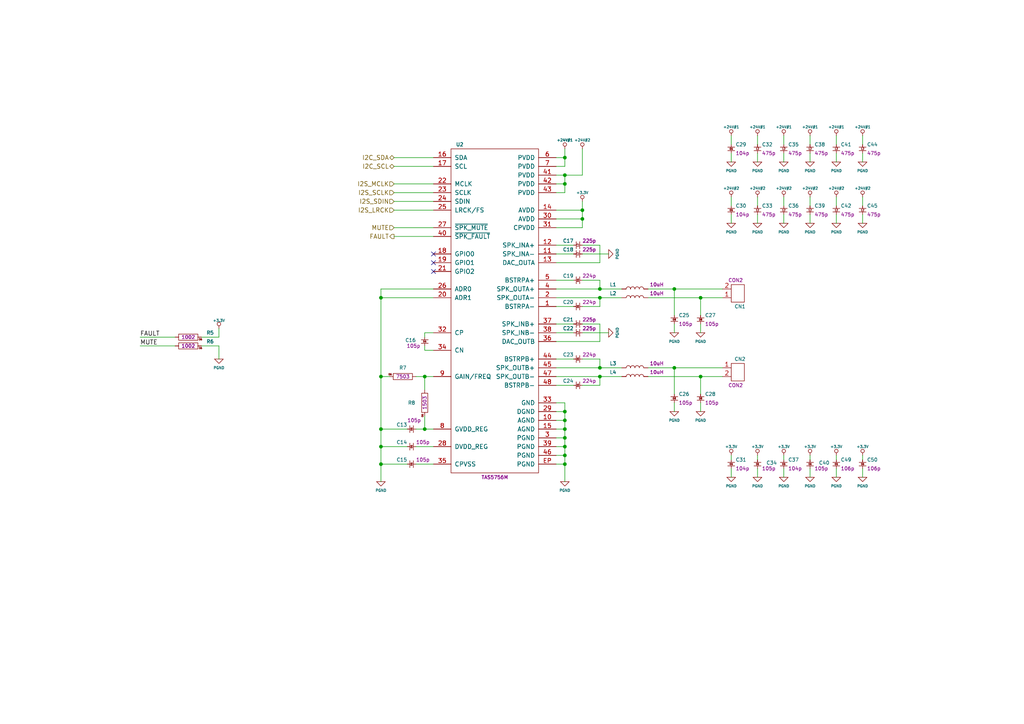
<source format=kicad_sch>
(kicad_sch (version 20250114) (generator "eeschema") (generator_version "9.0")
  (paper "A4")
  (lib_symbols
    (symbol "1206B475K500_2" (pin_numbers (hide yes)) (pin_names (offset 1.016) (hide yes))
      (property "Reference" "C" (at 1.27 1.27 0))
      (property "#Value" "475p" (at 1.27 -1.27 0))
      (symbol "1206B475K500_2_0_0"
        (text "12" (at 0 0 0) (effects (font (size 0.508 0.508))))
      )
      (symbol "1206B475K500_2_1_1"
        (pin passive line (at 0 1.27 270) (length 0.762) (name "~") (number "2"))
        (pin passive line (at 0 -1.27 90) (length 0.762) (name "~") (number "1"))
      )
    )
    (symbol "Audio:TAS5756MDCA" (pin_names (offset 1.016))
      (property "Reference" "U" (at -10.16 96.52 0))
      (property "#Value" "TAS5756M" (at 0 0 0))
      (symbol "TAS5756MDCA_1_1"
        (pin bidirectional line (at -17.78 92.71 0) (length 5.08) (name "SDA") (number "16"))
        (pin bidirectional line (at -17.78 90.17 0) (length 5.08) (name "SCL") (number "17"))
        (pin bidirectional line (at -17.78 85.09 0) (length 5.08) (name "MCLK") (number "22"))
        (pin bidirectional line (at -17.78 82.55 0) (length 5.08) (name "SCLK") (number "23"))
        (pin input line (at -17.78 80.01 0) (length 5.08) (name "SDIN") (number "24"))
        (pin bidirectional line (at -17.78 77.47 0) (length 5.08) (name "LRCK/FS") (number "25"))
        (pin input line (at -17.78 72.39 0) (length 5.08) (name "~{SPK_MUTE}") (number "27"))
        (pin passive line (at -17.78 69.85 0) (length 5.08) (name "~{SPK_FAULT}") (number "40"))
        (pin bidirectional line (at -17.78 64.77 0) (length 5.08) (name "GPIO0") (number "18"))
        (pin bidirectional line (at -17.78 62.23 0) (length 5.08) (name "GPIO1") (number "19"))
        (pin bidirectional line (at -17.78 59.69 0) (length 5.08) (name "GPIO2") (number "21"))
        (pin input line (at -17.78 54.61 0) (length 5.08) (name "ADR0") (number "26"))
        (pin input line (at -17.78 52.07 0) (length 5.08) (name "ADR1") (number "20"))
        (pin passive line (at -17.78 41.91 0) (length 5.08) (name "CP") (number "32"))
        (pin passive line (at -17.78 36.83 0) (length 5.08) (name "CN") (number "34"))
        (pin input line (at -17.78 29.21 0) (length 5.08) (name "GAIN/FREQ") (number "9"))
        (pin power_out line (at -17.78 13.97 0) (length 5.08) (name "GVDD_REG") (number "8"))
        (pin power_out line (at -17.78 8.89 0) (length 5.08) (name "DVDD_REG") (number "28"))
        (pin passive line (at -17.78 3.81 0) (length 5.08) (name "CPVSS") (number "35"))
        (pin power_in line (at 17.78 92.71 180) (length 5.08) (name "PVDD") (number "6"))
        (pin power_in line (at 17.78 90.17 180) (length 5.08) (name "PVDD") (number "7"))
        (pin power_in line (at 17.78 87.63 180) (length 5.08) (name "PVDD") (number "41"))
        (pin power_in line (at 17.78 85.09 180) (length 5.08) (name "PVDD") (number "42"))
        (pin power_in line (at 17.78 82.55 180) (length 5.08) (name "PVDD") (number "43"))
        (pin power_in line (at 17.78 77.47 180) (length 5.08) (name "AVDD") (number "14"))
        (pin power_in line (at 17.78 74.93 180) (length 5.08) (name "AVDD") (number "30"))
        (pin power_in line (at 17.78 72.39 180) (length 5.08) (name "CPVDD") (number "31"))
        (pin input line (at 17.78 67.31 180) (length 5.08) (name "SPK_INA+") (number "12"))
        (pin input line (at 17.78 64.77 180) (length 5.08) (name "SPK_INA-") (number "11"))
        (pin output line (at 17.78 62.23 180) (length 5.08) (name "DAC_OUTA") (number "13"))
        (pin passive line (at 17.78 57.15 180) (length 5.08) (name "BSTRPA+") (number "5"))
        (pin output line (at 17.78 54.61 180) (length 5.08) (name "SPK_OUTA+") (number "4"))
        (pin output line (at 17.78 52.07 180) (length 5.08) (name "SPK_OUTA-") (number "2"))
        (pin passive line (at 17.78 49.53 180) (length 5.08) (name "BSTRPA-") (number "1"))
        (pin input line (at 17.78 44.45 180) (length 5.08) (name "SPK_INB+") (number "37"))
        (pin input line (at 17.78 41.91 180) (length 5.08) (name "SPK_INB-") (number "38"))
        (pin output line (at 17.78 39.37 180) (length 5.08) (name "DAC_OUTB") (number "36"))
        (pin passive line (at 17.78 34.29 180) (length 5.08) (name "BSTRPB+") (number "44"))
        (pin output line (at 17.78 31.75 180) (length 5.08) (name "SPK_OUTB+") (number "45"))
        (pin output line (at 17.78 29.21 180) (length 5.08) (name "SPK_OUTB-") (number "47"))
        (pin passive line (at 17.78 26.67 180) (length 5.08) (name "BSTRPB-") (number "48"))
        (pin power_in line (at 17.78 21.59 180) (length 5.08) (name "GND") (number "33"))
        (pin power_in line (at 17.78 19.05 180) (length 5.08) (name "DGND") (number "29"))
        (pin power_in line (at 17.78 16.51 180) (length 5.08) (name "AGND") (number "10"))
        (pin power_in line (at 17.78 13.97 180) (length 5.08) (name "AGND") (number "15"))
        (pin power_in line (at 17.78 11.43 180) (length 5.08) (name "PGND") (number "3"))
        (pin power_in line (at 17.78 8.89 180) (length 5.08) (name "PGND") (number "39"))
        (pin power_in line (at 17.78 6.35 180) (length 5.08) (name "PGND") (number "46"))
        (pin power_in line (at 17.78 3.81 180) (length 5.08) (name "PGND") (number "EP"))
      )
    )
    (symbol "Capacitor_MLCC:0603B104K500" (pin_numbers (hide yes)) (pin_names (offset 1.016) (hide yes))
      (property "Reference" "C" (at 1.27 1.27 0))
      (property "#Value" "104p" (at 1.27 -1.27 0))
      (symbol "0603B104K500_0_0"
        (text "06" (at 0 0 0) (effects (font (size 0.508 0.508))))
      )
      (symbol "0603B104K500_1_1"
        (pin passive line (at 0 1.27 270) (length 0.762) (name "~") (number "2"))
        (pin passive line (at 0 -1.27 90) (length 0.762) (name "~") (number "1"))
      )
    )
    (symbol "Capacitor_MLCC:0603B105K250" (pin_numbers (hide yes)) (pin_names (offset 1.016) (hide yes))
      (property "Reference" "C" (at 1.27 1.27 0))
      (property "#Value" "105p" (at 1.27 -1.27 0))
      (symbol "0603B105K250_0_0"
        (text "06" (at 0 0 0) (effects (font (size 0.508 0.508))))
      )
      (symbol "0603B105K250_1_1"
        (pin passive line (at 0 1.27 270) (length 0.762) (name "~") (number "2"))
        (pin passive line (at 0 -1.27 90) (length 0.762) (name "~") (number "1"))
      )
    )
    (symbol "Capacitor_MLCC:0603B224K500" (pin_numbers (hide yes)) (pin_names (offset 1.016) (hide yes))
      (property "Reference" "C" (at 1.27 1.27 0))
      (property "#Value" "224p" (at 1.27 -1.27 0))
      (symbol "0603B224K500_0_0"
        (text "06" (at 0 0 0) (effects (font (size 0.508 0.508))))
      )
      (symbol "0603B224K500_1_1"
        (pin passive line (at 0 1.27 270) (length 0.762) (name "~") (number "2"))
        (pin passive line (at 0 -1.27 90) (length 0.762) (name "~") (number "1"))
      )
    )
    (symbol "Capacitor_MLCC:0603X106K100" (pin_numbers (hide yes)) (pin_names (offset 1.016) (hide yes))
      (property "Reference" "C" (at 1.27 1.27 0))
      (property "#Value" "106p" (at 1.27 -1.27 0))
      (symbol "0603X106K100_0_0"
        (text "06" (at 0 0 0) (effects (font (size 0.508 0.508))))
      )
      (symbol "0603X106K100_1_1"
        (pin passive line (at 0 1.27 270) (length 0.762) (name "~") (number "2"))
        (pin passive line (at 0 -1.27 90) (length 0.762) (name "~") (number "1"))
      )
    )
    (symbol "Capacitor_MLCC:0805B105K500" (pin_numbers (hide yes)) (pin_names (offset 1.016) (hide yes))
      (property "Reference" "C" (at 1.27 1.27 0))
      (property "#Value" "105p" (at 1.27 -1.27 0))
      (symbol "0805B105K500_0_0"
        (text "08" (at 0 0 0) (effects (font (size 0.508 0.508))))
      )
      (symbol "0805B105K500_1_1"
        (pin passive line (at 0 1.27 270) (length 0.762) (name "~") (number "2"))
        (pin passive line (at 0 -1.27 90) (length 0.762) (name "~") (number "1"))
      )
    )
    (symbol "Capacitor_MLCC:1206B225K500" (pin_numbers (hide yes)) (pin_names (offset 1.016) (hide yes))
      (property "Reference" "C" (at 1.27 1.27 0))
      (property "#Value" "225p" (at 1.27 -1.27 0))
      (symbol "1206B225K500_0_0"
        (text "12" (at 0 0 0) (effects (font (size 0.508 0.508))))
      )
      (symbol "1206B225K500_1_1"
        (pin passive line (at 0 1.27 270) (length 0.762) (name "~") (number "2"))
        (pin passive line (at 0 -1.27 90) (length 0.762) (name "~") (number "1"))
      )
    )
    (symbol "Inductor_Power:SRP1245A-100M" (pin_numbers (hide yes)) (pin_names (offset 0.0254))
      (property "Reference" "L" (at 0 2.54 0))
      (property "#Value" "10uH" (at 0 -1.27 0))
      (symbol "SRP1245A-100M_1_1"
        (pin passive line (at -3.81 0 0) (length 1.27) (name "~") (number "1"))
        (pin passive line (at 3.81 0 180) (length 1.27) (name "~") (number "2"))
      )
    )
    (symbol "Resistor:WR06X1002FTL" (pin_numbers (hide yes)) (pin_names (offset 0.0254))
      (property "Reference" "R" (at 0 2.032 0))
      (property "#Value" "1002" (at 0 0 0))
      (symbol "WR06X1002FTL_0_0"
        (text "06" (at -3.556 0.635 0) (effects (font (size 0.508 0.508))))
      )
      (symbol "WR06X1002FTL_1_1"
        (pin passive line (at -3.81 0 0) (length 1.016) (name "~") (number "1"))
        (pin passive line (at 3.81 0 180) (length 1.016) (name "~") (number "2"))
      )
    )
    (symbol "Resistor:WR06X1503FTL" (pin_numbers (hide yes)) (pin_names (offset 0.0254))
      (property "Reference" "R" (at 0 2.032 0))
      (property "#Value" "1503" (at 0 0 0))
      (symbol "WR06X1503FTL_0_0"
        (text "06" (at -3.683 0.635 0) (effects (font (size 0.508 0.508))))
      )
      (symbol "WR06X1503FTL_1_1"
        (pin passive line (at -3.81 0 0) (length 1.016) (name "~") (number "1"))
        (pin passive line (at 3.81 0 180) (length 1.016) (name "~") (number "2"))
      )
    )
    (symbol "Resistor:WR06X7503FTL" (pin_numbers (hide yes)) (pin_names (offset 0.0254))
      (property "Reference" "R" (at 0 2.032 0))
      (property "#Value" "7503" (at 0 0 0))
      (symbol "WR06X7503FTL_0_0"
        (text "06" (at -3.683 0.635 0) (effects (font (size 0.508 0.508))))
      )
      (symbol "WR06X7503FTL_1_1"
        (pin passive line (at -3.81 0 0) (length 1.016) (name "~") (number "1"))
        (pin passive line (at 3.81 0 180) (length 1.016) (name "~") (number "2"))
      )
    )
    (symbol "SRP1245A-100M_1" (pin_numbers (hide yes)) (pin_names (offset 0.0254))
      (property "Reference" "L" (at 0 2.54 0))
      (property "#Value" "10uH" (at 0 -1.27 0))
      (symbol "SRP1245A-100M_1_1_1"
        (pin passive line (at -3.81 0 0) (length 1.27) (name "~") (number "1"))
        (pin passive line (at 3.81 0 180) (length 1.27) (name "~") (number "2"))
      )
    )
    (symbol "Terminal:WJ2EDGRC-5.08-2P" (pin_names (offset 1.016))
      (property "Reference" "CN" (at -2.54 6.35 0))
      (property "#Value" "CON2" (at -1.27 -1.27 0))
      (symbol "WJ2EDGRC-5.08-2P_1_1"
        (pin passive line (at 2.54 3.81 180) (length 2.54) (name "~") (number "1"))
        (pin passive line (at 2.54 1.27 180) (length 2.54) (name "~") (number "2"))
      )
    )
    (symbol "power:+24V" (power) (pin_names (offset 1.016))
      (property "Value" "+24V" (at 0 2.286 0))
      (symbol "+24V_0_0"
        (pin power_in line (at 0 0 90) (length 0) (hide yes) (name "+24V") (number "1"))
      )
    )
    (symbol "power:+3.3V" (power) (pin_names (offset 1.016))
      (property "Value" "+3.3V" (at 0 2.286 0))
      (symbol "+3.3V_0_0"
        (pin power_in line (at 0 0 90) (length 0) (hide yes) (name "+3.3V") (number "1"))
      )
    )
    (symbol "power:PGND" (power) (pin_names (offset 0))
      (property "Value" "PGND" (at 0 -1.778 0))
      (symbol "PGND_1_1"
        (pin power_in line (at 0 0 90) (length 0) (hide yes) (name "PGND") (number "1"))
      )
    )
  )
  (junction (at 173.99 83.82))
  (junction (at 163.83 53.34))
  (junction (at 173.99 106.68))
  (junction (at 173.99 109.22))
  (junction (at 163.83 124.46))
  (junction (at 163.83 50.8))
  (junction (at 163.83 129.54))
  (junction (at 110.49 86.36))
  (junction (at 195.58 83.82))
  (junction (at 163.83 127))
  (junction (at 163.83 134.62))
  (junction (at 203.2 86.36))
  (junction (at 168.91 60.96))
  (junction (at 168.91 63.5))
  (junction (at 163.83 121.92))
  (junction (at 163.83 119.38))
  (junction (at 163.83 45.72))
  (junction (at 173.99 86.36))
  (junction (at 110.49 124.46))
  (junction (at 203.2 109.22))
  (junction (at 110.49 134.62))
  (junction (at 123.19 124.46))
  (junction (at 110.49 109.22))
  (junction (at 123.19 109.22))
  (junction (at 110.49 129.54))
  (junction (at 163.83 132.08))
  (junction (at 195.58 106.68))
  (no_connect (at 125.73 73.66))
  (no_connect (at 125.73 76.2))
  (no_connect (at 125.73 78.74))
  (wire (pts (xy 187.96 106.68) (xy 195.58 106.68)))
  (wire (pts (xy 242.57 57.15) (xy 242.57 59.69)))
  (wire (pts (xy 212.09 62.23) (xy 212.09 64.77)))
  (wire (pts (xy 161.29 99.06) (xy 173.99 99.06)))
  (wire (pts (xy 212.09 57.15) (xy 212.09 59.69)))
  (wire (pts (xy 161.29 53.34) (xy 163.83 53.34)))
  (wire (pts (xy 123.19 96.52) (xy 125.73 96.52)))
  (wire (pts (xy 168.91 104.14) (xy 173.99 104.14)))
  (wire (pts (xy 168.91 43.18) (xy 168.91 50.8)))
  (wire (pts (xy 168.91 93.98) (xy 173.99 93.98)))
  (wire (pts (xy 110.49 86.36) (xy 110.49 109.22)))
  (wire (pts (xy 114.3 60.96) (xy 125.73 60.96)))
  (wire (pts (xy 173.99 83.82) (xy 180.34 83.82)))
  (wire (pts (xy 63.5 100.33) (xy 63.5 104.14)))
  (wire (pts (xy 219.71 57.15) (xy 219.71 59.69)))
  (wire (pts (xy 195.58 116.84) (xy 195.58 119.38)))
  (wire (pts (xy 161.29 106.68) (xy 173.99 106.68)))
  (wire (pts (xy 161.29 124.46) (xy 163.83 124.46)))
  (wire (pts (xy 234.95 44.45) (xy 234.95 46.99)))
  (wire (pts (xy 168.91 73.66) (xy 176.53 73.66)))
  (wire (pts (xy 173.99 93.98) (xy 173.99 99.06)))
  (wire (pts (xy 161.29 83.82) (xy 173.99 83.82)))
  (wire (pts (xy 203.2 116.84) (xy 203.2 119.38)))
  (wire (pts (xy 110.49 134.62) (xy 110.49 139.7)))
  (wire (pts (xy 195.58 106.68) (xy 195.58 114.3)))
  (wire (pts (xy 168.91 58.42) (xy 168.91 60.96)))
  (wire (pts (xy 40.64 97.79) (xy 50.8 97.79)))
  (wire (pts (xy 123.19 101.6) (xy 125.73 101.6)))
  (wire (pts (xy 161.29 88.9) (xy 166.37 88.9)))
  (wire (pts (xy 168.91 88.9) (xy 173.99 88.9)))
  (wire (pts (xy 242.57 44.45) (xy 242.57 46.99)))
  (wire (pts (xy 187.96 109.22) (xy 203.2 109.22)))
  (wire (pts (xy 63.5 95.25) (xy 63.5 97.79)))
  (wire (pts (xy 173.99 106.68) (xy 180.34 106.68)))
  (wire (pts (xy 163.83 53.34) (xy 163.83 55.88)))
  (wire (pts (xy 161.29 71.12) (xy 166.37 71.12)))
  (wire (pts (xy 212.09 132.08) (xy 212.09 133.35)))
  (wire (pts (xy 120.65 109.22) (xy 123.19 109.22)))
  (wire (pts (xy 250.19 62.23) (xy 250.19 64.77)))
  (wire (pts (xy 114.3 66.04) (xy 125.73 66.04)))
  (wire (pts (xy 250.19 135.89) (xy 250.19 138.43)))
  (wire (pts (xy 125.73 86.36) (xy 110.49 86.36)))
  (wire (pts (xy 227.33 39.37) (xy 227.33 41.91)))
  (wire (pts (xy 234.95 132.08) (xy 234.95 133.35)))
  (wire (pts (xy 161.29 48.26) (xy 163.83 48.26)))
  (wire (pts (xy 110.49 109.22) (xy 113.03 109.22)))
  (wire (pts (xy 161.29 81.28) (xy 166.37 81.28)))
  (wire (pts (xy 219.71 132.08) (xy 219.71 133.35)))
  (wire (pts (xy 110.49 134.62) (xy 118.11 134.62)))
  (wire (pts (xy 168.91 66.04) (xy 161.29 66.04)))
  (wire (pts (xy 234.95 135.89) (xy 234.95 138.43)))
  (wire (pts (xy 195.58 93.98) (xy 195.58 96.52)))
  (wire (pts (xy 114.3 45.72) (xy 125.73 45.72)))
  (wire (pts (xy 250.19 44.45) (xy 250.19 46.99)))
  (wire (pts (xy 110.49 124.46) (xy 118.11 124.46)))
  (wire (pts (xy 161.29 73.66) (xy 166.37 73.66)))
  (wire (pts (xy 227.33 57.15) (xy 227.33 59.69)))
  (wire (pts (xy 120.65 129.54) (xy 125.73 129.54)))
  (wire (pts (xy 242.57 39.37) (xy 242.57 41.91)))
  (wire (pts (xy 161.29 96.52) (xy 166.37 96.52)))
  (wire (pts (xy 173.99 86.36) (xy 180.34 86.36)))
  (wire (pts (xy 203.2 86.36) (xy 203.2 91.44)))
  (wire (pts (xy 168.91 60.96) (xy 168.91 63.5)))
  (wire (pts (xy 163.83 134.62) (xy 163.83 139.7)))
  (wire (pts (xy 227.33 135.89) (xy 227.33 138.43)))
  (wire (pts (xy 250.19 39.37) (xy 250.19 41.91)))
  (wire (pts (xy 114.3 53.34) (xy 125.73 53.34)))
  (wire (pts (xy 114.3 68.58) (xy 125.73 68.58)))
  (wire (pts (xy 212.09 135.89) (xy 212.09 138.43)))
  (wire (pts (xy 234.95 62.23) (xy 234.95 64.77)))
  (wire (pts (xy 163.83 116.84) (xy 163.83 119.38)))
  (wire (pts (xy 163.83 127) (xy 163.83 129.54)))
  (wire (pts (xy 203.2 109.22) (xy 209.55 109.22)))
  (wire (pts (xy 195.58 83.82) (xy 209.55 83.82)))
  (wire (pts (xy 195.58 83.82) (xy 195.58 91.44)))
  (wire (pts (xy 203.2 93.98) (xy 203.2 96.52)))
  (wire (pts (xy 168.91 96.52) (xy 176.53 96.52)))
  (wire (pts (xy 123.19 124.46) (xy 125.73 124.46)))
  (wire (pts (xy 120.65 134.62) (xy 125.73 134.62)))
  (wire (pts (xy 168.91 111.76) (xy 173.99 111.76)))
  (wire (pts (xy 168.91 71.12) (xy 173.99 71.12)))
  (wire (pts (xy 227.33 132.08) (xy 227.33 133.35)))
  (wire (pts (xy 161.29 50.8) (xy 163.83 50.8)))
  (wire (pts (xy 123.19 97.79) (xy 123.19 96.52)))
  (wire (pts (xy 58.42 100.33) (xy 63.5 100.33)))
  (wire (pts (xy 250.19 57.15) (xy 250.19 59.69)))
  (wire (pts (xy 212.09 44.45) (xy 212.09 46.99)))
  (wire (pts (xy 58.42 97.79) (xy 63.5 97.79)))
  (wire (pts (xy 234.95 39.37) (xy 234.95 41.91)))
  (wire (pts (xy 163.83 132.08) (xy 163.83 134.62)))
  (wire (pts (xy 187.96 83.82) (xy 195.58 83.82)))
  (wire (pts (xy 168.91 63.5) (xy 161.29 63.5)))
  (wire (pts (xy 219.71 39.37) (xy 219.71 41.91)))
  (wire (pts (xy 120.65 124.46) (xy 123.19 124.46)))
  (wire (pts (xy 161.29 134.62) (xy 163.83 134.62)))
  (wire (pts (xy 163.83 121.92) (xy 163.83 124.46)))
  (wire (pts (xy 168.91 63.5) (xy 168.91 66.04)))
  (wire (pts (xy 161.29 109.22) (xy 173.99 109.22)))
  (wire (pts (xy 161.29 86.36) (xy 173.99 86.36)))
  (wire (pts (xy 161.29 104.14) (xy 166.37 104.14)))
  (wire (pts (xy 173.99 111.76) (xy 173.99 109.22)))
  (wire (pts (xy 123.19 100.33) (xy 123.19 101.6)))
  (wire (pts (xy 161.29 127) (xy 163.83 127)))
  (wire (pts (xy 187.96 86.36) (xy 203.2 86.36)))
  (wire (pts (xy 161.29 121.92) (xy 163.83 121.92)))
  (wire (pts (xy 161.29 132.08) (xy 163.83 132.08)))
  (wire (pts (xy 114.3 58.42) (xy 125.73 58.42)))
  (wire (pts (xy 163.83 119.38) (xy 163.83 121.92)))
  (wire (pts (xy 173.99 109.22) (xy 180.34 109.22)))
  (wire (pts (xy 250.19 132.08) (xy 250.19 133.35)))
  (wire (pts (xy 227.33 44.45) (xy 227.33 46.99)))
  (wire (pts (xy 161.29 60.96) (xy 168.91 60.96)))
  (wire (pts (xy 173.99 81.28) (xy 173.99 83.82)))
  (wire (pts (xy 110.49 129.54) (xy 118.11 129.54)))
  (wire (pts (xy 173.99 104.14) (xy 173.99 106.68)))
  (wire (pts (xy 173.99 71.12) (xy 173.99 76.2)))
  (wire (pts (xy 242.57 135.89) (xy 242.57 138.43)))
  (wire (pts (xy 110.49 124.46) (xy 110.49 129.54)))
  (wire (pts (xy 163.83 43.18) (xy 163.83 45.72)))
  (wire (pts (xy 123.19 109.22) (xy 125.73 109.22)))
  (wire (pts (xy 212.09 39.37) (xy 212.09 41.91)))
  (wire (pts (xy 168.91 81.28) (xy 173.99 81.28)))
  (wire (pts (xy 219.71 62.23) (xy 219.71 64.77)))
  (wire (pts (xy 219.71 135.89) (xy 219.71 138.43)))
  (wire (pts (xy 123.19 120.65) (xy 123.19 124.46)))
  (wire (pts (xy 163.83 129.54) (xy 163.83 132.08)))
  (wire (pts (xy 203.2 109.22) (xy 203.2 114.3)))
  (wire (pts (xy 114.3 48.26) (xy 125.73 48.26)))
  (wire (pts (xy 161.29 129.54) (xy 163.83 129.54)))
  (wire (pts (xy 219.71 44.45) (xy 219.71 46.99)))
  (wire (pts (xy 161.29 45.72) (xy 163.83 45.72)))
  (wire (pts (xy 163.83 45.72) (xy 163.83 48.26)))
  (wire (pts (xy 110.49 124.46) (xy 110.49 109.22)))
  (wire (pts (xy 242.57 62.23) (xy 242.57 64.77)))
  (wire (pts (xy 125.73 83.82) (xy 110.49 83.82)))
  (wire (pts (xy 173.99 88.9) (xy 173.99 86.36)))
  (wire (pts (xy 161.29 119.38) (xy 163.83 119.38)))
  (wire (pts (xy 163.83 50.8) (xy 163.83 53.34)))
  (wire (pts (xy 195.58 106.68) (xy 209.55 106.68)))
  (wire (pts (xy 234.95 57.15) (xy 234.95 59.69)))
  (wire (pts (xy 110.49 83.82) (xy 110.49 86.36)))
  (wire (pts (xy 40.64 100.33) (xy 50.8 100.33)))
  (wire (pts (xy 114.3 55.88) (xy 125.73 55.88)))
  (wire (pts (xy 163.83 50.8) (xy 168.91 50.8)))
  (wire (pts (xy 161.29 55.88) (xy 163.83 55.88)))
  (wire (pts (xy 161.29 93.98) (xy 166.37 93.98)))
  (wire (pts (xy 227.33 62.23) (xy 227.33 64.77)))
  (wire (pts (xy 123.19 113.03) (xy 123.19 109.22)))
  (wire (pts (xy 163.83 124.46) (xy 163.83 127)))
  (wire (pts (xy 203.2 86.36) (xy 209.55 86.36)))
  (wire (pts (xy 161.29 76.2) (xy 173.99 76.2)))
  (wire (pts (xy 110.49 129.54) (xy 110.49 134.62)))
  (wire (pts (xy 161.29 111.76) (xy 166.37 111.76)))
  (wire (pts (xy 161.29 116.84) (xy 163.83 116.84)))
  (wire (pts (xy 242.57 132.08) (xy 242.57 133.35)))
  (label "MUTE" (at 40.64 100.33 0))
  (label "FAULT" (at 40.64 97.79 0))
  (hierarchical_label "I2C_SDA" (shape bidirectional) (at 114.3 45.72 180))
  (hierarchical_label "I2S_MCLK" (shape input) (at 114.3 53.34 180))
  (hierarchical_label "I2S_LRCK" (shape input) (at 114.3 60.96 180))
  (hierarchical_label "I2S_SDIN" (shape input) (at 114.3 58.42 180))
  (hierarchical_label "FAULT" (shape output) (at 114.3 68.58 180))
  (hierarchical_label "MUTE" (shape input) (at 114.3 66.04 180))
  (hierarchical_label "I2S_SCLK" (shape input) (at 114.3 55.88 180))
  (hierarchical_label "I2C_SCL" (shape bidirectional) (at 114.3 48.26 180))
  (symbol (lib_id "power:+24V") (at 242.57 57.15 0) (unit 1)
    (property "Reference" "#PWR064" (effects (hide yes)))
    (property "Value" "+24V#2" (at 242.57 54.61 0) (effects (font (size 0.762 0.762))))
  )
  (symbol (lib_id "Capacitor_MLCC:0603B104K500") (at 212.09 60.96 0) (unit 1)
    (property "Reference" "C30" (at 213.36 59.69 0) (effects (font (size 1.016 1.016)) (justify left)))
    (property "Value" "0603B104K500" (effects (hide yes)))
    (property "Footprint" "Capacitor_SMD:C_0603_1608Metric" (effects (hide yes)))
    (property "Description" "100nF ±10% 50V X7R" (effects (hide yes)))
    (property "Manufacturer" "WALSIN" (effects (hide yes)))
    (property "#Value" "104p" (at 213.36 62.23 0) (effects (font (size 1.016 1.016)) (justify left)))
  )
  (symbol (lib_id "power:+3.3V") (at 242.57 132.08 0) (unit 1)
    (property "Reference" "#PWR087" (effects (hide yes)))
    (property "Value" "+3.3V" (at 242.57 129.54 0) (effects (font (size 0.762 0.762))))
  )
  (symbol (lib_id "Terminal:WJ2EDGRC-5.08-2P") (at 212.09 82.55 180) (unit 1)
    (property "Reference" "CN1" (at 214.63 88.9 0) (effects (font (size 1.016 1.016))))
    (property "Value" "WJ2EDGRC-5.08-2P" (effects (hide yes)))
    (property "Footprint" "Ningbo_Kangnex:WJ2EDGRC-5.08-2P" (effects (hide yes)))
    (property "Description" "Headers(Sockets) for pluggable terminal blocks 5.08 mm Pitch" (effects (hide yes)))
    (property "Manufacturer" "Ningbo Kangnex" (effects (hide yes)))
    (property "#Value" "CON2" (at 213.36 81.28 0) (effects (font (size 1.016 1.016))))
  )
  (symbol (lib_id "power:+3.3V") (at 63.5 95.25 0) (unit 1)
    (property "Reference" "#PWR080" (effects (hide yes)))
    (property "Value" "+3.3V" (at 63.5 92.964 0) (effects (font (size 0.762 0.762))))
  )
  (symbol (lib_name "SRP1245A-100M_1") (lib_id "Inductor_Power:SRP1245A-100M") (at 184.15 106.68 0) (unit 1)
    (property "Reference" "L3" (at 177.8 105.41 0) (effects (font (size 1.016 1.016))))
    (property "Value" "SRP1245A-100M" (effects (hide yes)))
    (property "Footprint" "BOURNS:SRP1245A" (effects (hide yes)))
    (property "Description" "10uH 20% 20 Q 21.4 mOhm 9A SHIELDED" (effects (hide yes)))
    (property "Manufacturer" "BOURNS" (effects (hide yes)))
    (property "#Value" "10uH" (at 190.5 105.41 0) (effects (font (size 1.016 1.016))))
  )
  (symbol (lib_id "power:+24V") (at 212.09 57.15 0) (unit 1)
    (property "Reference" "#PWR040" (effects (hide yes)))
    (property "Value" "+24V#2" (at 212.09 54.61 0) (effects (font (size 0.762 0.762))))
  )
  (symbol (lib_id "power:PGND") (at 219.71 138.43 0) (unit 1)
    (property "Reference" "#PWR049" (effects (hide yes)))
    (property "Value" "PGND" (at 219.71 140.97 0) (effects (font (size 0.762 0.762))))
  )
  (symbol (lib_id "power:PGND") (at 195.58 96.52 0) (unit 1)
    (property "Reference" "#PWR034" (effects (hide yes)))
    (property "Value" "PGND" (at 195.58 99.06 0) (effects (font (size 0.762 0.762))))
  )
  (symbol (lib_id "Capacitor_MLCC:1206B225K500") (at 167.64 96.52 90) (unit 1)
    (property "Reference" "C22" (at 166.37 95.25 90) (effects (font (size 1.016 1.016)) (justify left)))
    (property "Value" "1206B225K500" (effects (hide yes)))
    (property "Footprint" "Capacitor_SMD:C_1206_3216Metric_Pad1.33x1.80mm_HandSolder" (effects (hide yes)))
    (property "Description" "2.2uF ±10% 50V X7R" (effects (hide yes)))
    (property "Manufacturer" "WALSIN" (effects (hide yes)))
    (property "#Value" "225p" (at 168.91 95.25 90) (effects (font (size 1.016 1.016)) (justify right)))
  )
  (symbol (lib_name "1206B475K500_2") (lib_id "Capacitor_MLCC:1206B475K500") (at 227.33 60.96 0) (unit 1)
    (property "Reference" "C36" (at 228.6 59.69 0) (effects (font (size 1.016 1.016)) (justify left)))
    (property "Value" "1206B475K500" (effects (hide yes)))
    (property "Footprint" "Capacitor_SMD:C_1206_3216Metric_Pad1.33x1.80mm_HandSolder" (effects (hide yes)))
    (property "Description" "4.7uF ±10% 50V X7R" (effects (hide yes)))
    (property "Manufacturer" "WALSIN" (effects (hide yes)))
    (property "#Value" "475p" (at 228.6 62.23 0) (effects (font (size 1.016 1.016)) (justify left)))
  )
  (symbol (lib_id "power:+3.3V") (at 212.09 132.08 0) (unit 1)
    (property "Reference" "#PWR042" (effects (hide yes)))
    (property "Value" "+3.3V" (at 212.09 129.54 0) (effects (font (size 0.762 0.762))))
  )
  (symbol (lib_id "power:PGND") (at 195.58 119.38 0) (unit 1)
    (property "Reference" "#PWR035" (effects (hide yes)))
    (property "Value" "PGND" (at 195.58 121.92 0) (effects (font (size 0.762 0.762))))
  )
  (symbol (lib_id "Capacitor_MLCC:0603X106K100") (at 242.57 134.62 0) (unit 1)
    (property "Reference" "C49" (at 243.84 133.35 0) (effects (font (size 1.016 1.016)) (justify left)))
    (property "Value" "0603X106K100" (effects (hide yes)))
    (property "Footprint" "Capacitor_SMD:C_0603_1608Metric_Pad1.08x0.95mm_HandSolder" (effects (hide yes)))
    (property "Description" "10uF ±10% 10V X5R" (effects (hide yes)))
    (property "Manufacturer" "WALSIN" (effects (hide yes)))
    (property "#Value" "106p" (at 243.84 135.89 0) (effects (font (size 1.016 1.016)) (justify left)))
    (property "Code" "0" (effects (hide yes)))
  )
  (symbol (lib_id "Capacitor_MLCC:0805B105K500") (at 195.58 92.71 0) (unit 1)
    (property "Reference" "C25" (at 196.85 91.44 0) (effects (font (size 1.016 1.016)) (justify left)))
    (property "Value" "0805B105K500" (effects (hide yes)))
    (property "Footprint" "Capacitor_SMD:C_0805_2012Metric_Pad1.18x1.45mm_HandSolder" (effects (hide yes)))
    (property "Description" "1uF ±10% 50V X7R" (effects (hide yes)))
    (property "Manufacturer" "WALSIN" (effects (hide yes)))
    (property "#Value" "105p" (at 196.85 93.98 0) (effects (font (size 1.016 1.016)) (justify left)))
  )
  (symbol (lib_name "1206B475K500_2") (lib_id "Capacitor_MLCC:1206B475K500") (at 242.57 43.18 0) (unit 1)
    (property "Reference" "C41" (at 243.84 41.91 0) (effects (font (size 1.016 1.016)) (justify left)))
    (property "Value" "1206B475K500" (effects (hide yes)))
    (property "Footprint" "Capacitor_SMD:C_1206_3216Metric_Pad1.33x1.80mm_HandSolder" (effects (hide yes)))
    (property "Description" "4.7uF ±10% 50V X7R" (effects (hide yes)))
    (property "Manufacturer" "WALSIN" (effects (hide yes)))
    (property "#Value" "475p" (at 243.84 44.45 0) (effects (font (size 1.016 1.016)) (justify left)))
  )
  (symbol (lib_id "Capacitor_MLCC:0805B105K500") (at 203.2 92.71 0) (unit 1)
    (property "Reference" "C27" (at 204.47 91.44 0) (effects (font (size 1.016 1.016)) (justify left)))
    (property "Value" "0805B105K500" (effects (hide yes)))
    (property "Footprint" "Capacitor_SMD:C_0805_2012Metric_Pad1.18x1.45mm_HandSolder" (effects (hide yes)))
    (property "Description" "1uF ±10% 50V X7R" (effects (hide yes)))
    (property "Manufacturer" "WALSIN" (effects (hide yes)))
    (property "#Value" "105p" (at 204.47 93.98 0) (effects (font (size 1.016 1.016)) (justify left)))
  )
  (symbol (lib_id "power:PGND") (at 203.2 96.52 0) (unit 1)
    (property "Reference" "#PWR036" (effects (hide yes)))
    (property "Value" "PGND" (at 203.2 99.06 0) (effects (font (size 0.762 0.762))))
  )
  (symbol (lib_id "Terminal:WJ2EDGRC-5.08-2P") (at 212.09 110.49 0) (mirror y) (unit 1)
    (property "Reference" "CN2" (at 214.63 104.14 0) (effects (font (size 1.016 1.016))))
    (property "Value" "WJ2EDGRC-5.08-2P" (effects (hide yes)))
    (property "Footprint" "Ningbo_Kangnex:WJ2EDGRC-5.08-2P" (effects (hide yes)))
    (property "Description" "Headers(Sockets) for pluggable terminal blocks 5.08 mm Pitch" (effects (hide yes)))
    (property "Manufacturer" "Ningbo Kangnex" (effects (hide yes)))
    (property "#Value" "CON2" (at 213.36 111.76 0) (effects (font (size 1.016 1.016))))
  )
  (symbol (lib_id "Inductor_Power:SRP1245A-100M") (at 184.15 109.22 0) (unit 1)
    (property "Reference" "L4" (at 177.8 107.95 0) (effects (font (size 1.016 1.016))))
    (property "Value" "SRP1245A-100M" (effects (hide yes)))
    (property "Footprint" "BOURNS:SRP1245A" (effects (hide yes)))
    (property "Description" "10uH 20% 20 Q 21.4 mOhm 9A SHIELDED" (effects (hide yes)))
    (property "Manufacturer" "BOURNS" (effects (hide yes)))
    (property "#Value" "10uH" (at 190.5 107.95 0) (effects (font (size 1.016 1.016))))
  )
  (symbol (lib_id "Capacitor_MLCC:0603B105K250") (at 123.19 99.06 0) (mirror y) (unit 1)
    (property "Reference" "C16" (at 120.65 98.6789 0) (effects (font (size 1.016 1.016)) (justify left)))
    (property "Value" "0603B105K250" (effects (hide yes)))
    (property "Footprint" "Capacitor_SMD:C_0603_1608Metric_Pad1.08x0.95mm_HandSolder" (effects (hide yes)))
    (property "Description" "1uF ±10% 25V X7R" (effects (hide yes)))
    (property "Manufacturer" "WALSIN" (effects (hide yes)))
    (property "#Value" "105p" (at 121.92 100.33 0) (effects (font (size 1.016 1.016)) (justify left)))
  )
  (symbol (lib_id "power:PGND") (at 212.09 46.99 0) (unit 1)
    (property "Reference" "#PWR039" (effects (hide yes)))
    (property "Value" "PGND" (at 212.09 49.53 0) (effects (font (size 0.762 0.762))))
  )
  (symbol (lib_name "1206B475K500_2") (lib_id "Capacitor_MLCC:1206B475K500") (at 250.19 43.18 0) (unit 1)
    (property "Reference" "C44" (at 251.46 41.91 0) (effects (font (size 1.016 1.016)) (justify left)))
    (property "Value" "1206B475K500" (effects (hide yes)))
    (property "Footprint" "Capacitor_SMD:C_1206_3216Metric_Pad1.33x1.80mm_HandSolder" (effects (hide yes)))
    (property "Description" "4.7uF ±10% 50V X7R" (effects (hide yes)))
    (property "Manufacturer" "WALSIN" (effects (hide yes)))
    (property "#Value" "475p" (at 251.46 44.45 0) (effects (font (size 1.016 1.016)) (justify left)))
  )
  (symbol (lib_id "power:+3.3V") (at 250.19 132.08 0) (unit 1)
    (property "Reference" "#PWR089" (effects (hide yes)))
    (property "Value" "+3.3V" (at 250.19 129.54 0) (effects (font (size 0.762 0.762))))
  )
  (symbol (lib_id "Capacitor_MLCC:1206B225K500") (at 167.64 71.12 90) (unit 1)
    (property "Reference" "C17" (at 166.37 69.85 90) (effects (font (size 1.016 1.016)) (justify left)))
    (property "Value" "1206B225K500" (effects (hide yes)))
    (property "Footprint" "Capacitor_SMD:C_1206_3216Metric_Pad1.33x1.80mm_HandSolder" (effects (hide yes)))
    (property "Description" "2.2uF ±10% 50V X7R" (effects (hide yes)))
    (property "Manufacturer" "WALSIN" (effects (hide yes)))
    (property "#Value" "225p" (at 168.91 69.85 90) (effects (font (size 1.016 1.016)) (justify right)))
  )
  (symbol (lib_id "power:+24V") (at 250.19 57.15 0) (unit 1)
    (property "Reference" "#PWR073" (effects (hide yes)))
    (property "Value" "+24V#2" (at 250.19 54.61 0) (effects (font (size 0.762 0.762))))
  )
  (symbol (lib_name "1206B475K500_2") (lib_id "Capacitor_MLCC:1206B475K500") (at 219.71 60.96 0) (unit 1)
    (property "Reference" "C33" (at 220.98 59.69 0) (effects (font (size 1.016 1.016)) (justify left)))
    (property "Value" "1206B475K500" (effects (hide yes)))
    (property "Footprint" "Capacitor_SMD:C_1206_3216Metric_Pad1.33x1.80mm_HandSolder" (effects (hide yes)))
    (property "Description" "4.7uF ±10% 50V X7R" (effects (hide yes)))
    (property "Manufacturer" "WALSIN" (effects (hide yes)))
    (property "#Value" "475p" (at 220.98 62.23 0) (effects (font (size 1.016 1.016)) (justify left)))
  )
  (symbol (lib_id "power:PGND") (at 63.5 104.14 0) (unit 1)
    (property "Reference" "#PWR027" (effects (hide yes)))
    (property "Value" "PGND" (at 63.5 106.68 0) (effects (font (size 0.762 0.762))))
  )
  (symbol (lib_name "1206B475K500_2") (lib_id "Capacitor_MLCC:1206B475K500") (at 242.57 60.96 0) (unit 1)
    (property "Reference" "C42" (at 243.84 59.69 0) (effects (font (size 1.016 1.016)) (justify left)))
    (property "Value" "1206B475K500" (effects (hide yes)))
    (property "Footprint" "Capacitor_SMD:C_1206_3216Metric_Pad1.33x1.80mm_HandSolder" (effects (hide yes)))
    (property "Description" "4.7uF ±10% 50V X7R" (effects (hide yes)))
    (property "Manufacturer" "WALSIN" (effects (hide yes)))
    (property "#Value" "475p" (at 243.84 62.23 0) (effects (font (size 1.016 1.016)) (justify left)))
  )
  (symbol (lib_id "Capacitor_MLCC:0603B224K500") (at 167.64 111.76 90) (unit 1)
    (property "Reference" "C24" (at 166.37 110.49 90) (effects (font (size 1.016 1.016)) (justify left)))
    (property "Value" "0603B224K500" (effects (hide yes)))
    (property "Footprint" "Capacitor_SMD:C_0603_1608Metric" (effects (hide yes)))
    (property "Description" "220nF ±10% 50V X7R" (effects (hide yes)))
    (property "Manufacturer" "WALSIN" (effects (hide yes)))
    (property "#Value" "224p" (at 168.91 110.49 90) (effects (font (size 1.016 1.016)) (justify right)))
  )
  (symbol (lib_id "power:+24V") (at 227.33 39.37 0) (unit 1)
    (property "Reference" "#PWR050" (effects (hide yes)))
    (property "Value" "+24V#1" (at 227.33 36.83 0) (effects (font (size 0.762 0.762))))
  )
  (symbol (lib_id "Capacitor_MLCC:1206B225K500") (at 167.64 93.98 90) (unit 1)
    (property "Reference" "C21" (at 166.37 92.71 90) (effects (font (size 1.016 1.016)) (justify left)))
    (property "Value" "1206B225K500" (effects (hide yes)))
    (property "Footprint" "Capacitor_SMD:C_1206_3216Metric_Pad1.33x1.80mm_HandSolder" (effects (hide yes)))
    (property "Description" "2.2uF ±10% 50V X7R" (effects (hide yes)))
    (property "Manufacturer" "WALSIN" (effects (hide yes)))
    (property "#Value" "225p" (at 168.91 92.71 90) (effects (font (size 1.016 1.016)) (justify right)))
  )
  (symbol (lib_name "1206B475K500_2") (lib_id "Capacitor_MLCC:1206B475K500") (at 234.95 60.96 0) (unit 1)
    (property "Reference" "C39" (at 236.22 59.69 0) (effects (font (size 1.016 1.016)) (justify left)))
    (property "Value" "1206B475K500" (effects (hide yes)))
    (property "Footprint" "Capacitor_SMD:C_1206_3216Metric_Pad1.33x1.80mm_HandSolder" (effects (hide yes)))
    (property "Description" "4.7uF ±10% 50V X7R" (effects (hide yes)))
    (property "Manufacturer" "WALSIN" (effects (hide yes)))
    (property "#Value" "475p" (at 236.22 62.23 0) (effects (font (size 1.016 1.016)) (justify left)))
  )
  (symbol (lib_id "Capacitor_MLCC:0603X106K100") (at 250.19 134.62 0) (unit 1)
    (property "Reference" "C50" (at 251.46 133.35 0) (effects (font (size 1.016 1.016)) (justify left)))
    (property "Value" "0603X106K100" (effects (hide yes)))
    (property "Footprint" "Capacitor_SMD:C_0603_1608Metric_Pad1.08x0.95mm_HandSolder" (effects (hide yes)))
    (property "Description" "10uF ±10% 10V X5R" (effects (hide yes)))
    (property "Manufacturer" "WALSIN" (effects (hide yes)))
    (property "#Value" "106p" (at 251.46 135.89 0) (effects (font (size 1.016 1.016)) (justify left)))
    (property "Code" "0" (effects (hide yes)))
  )
  (symbol (lib_id "power:+24V") (at 219.71 39.37 0) (unit 1)
    (property "Reference" "#PWR044" (effects (hide yes)))
    (property "Value" "+24V#1" (at 219.71 36.83 0) (effects (font (size 0.762 0.762))))
  )
  (symbol (lib_id "power:PGND") (at 203.2 119.38 0) (unit 1)
    (property "Reference" "#PWR037" (effects (hide yes)))
    (property "Value" "PGND" (at 203.2 121.92 0) (effects (font (size 0.762 0.762))))
  )
  (symbol (lib_id "Capacitor_MLCC:0603B224K500") (at 167.64 81.28 90) (unit 1)
    (property "Reference" "C19" (at 166.37 80.01 90) (effects (font (size 1.016 1.016)) (justify left)))
    (property "Value" "0603B224K500" (effects (hide yes)))
    (property "Footprint" "Capacitor_SMD:C_0603_1608Metric" (effects (hide yes)))
    (property "Description" "220nF ±10% 50V X7R" (effects (hide yes)))
    (property "Manufacturer" "WALSIN" (effects (hide yes)))
    (property "#Value" "224p" (at 168.91 80.01 90) (effects (font (size 1.016 1.016)) (justify right)))
  )
  (symbol (lib_id "power:+24V") (at 219.71 57.15 0) (unit 1)
    (property "Reference" "#PWR046" (effects (hide yes)))
    (property "Value" "+24V#2" (at 219.71 54.61 0) (effects (font (size 0.762 0.762))))
  )
  (symbol (lib_id "Capacitor_MLCC:0603B224K500") (at 167.64 104.14 90) (unit 1)
    (property "Reference" "C23" (at 166.37 102.87 90) (effects (font (size 1.016 1.016)) (justify left)))
    (property "Value" "0603B224K500" (effects (hide yes)))
    (property "Footprint" "Capacitor_SMD:C_0603_1608Metric" (effects (hide yes)))
    (property "Description" "220nF ±10% 50V X7R" (effects (hide yes)))
    (property "Manufacturer" "WALSIN" (effects (hide yes)))
    (property "#Value" "224p" (at 168.91 102.87 90) (effects (font (size 1.016 1.016)) (justify right)))
  )
  (symbol (lib_id "power:+24V") (at 250.19 39.37 0) (unit 1)
    (property "Reference" "#PWR076" (effects (hide yes)))
    (property "Value" "+24V#1" (at 250.19 36.83 0) (effects (font (size 0.762 0.762))))
  )
  (symbol (lib_id "power:PGND") (at 176.53 96.52 90) (unit 1)
    (property "Reference" "#PWR033" (effects (hide yes)))
    (property "Value" "PGND" (at 179.07 96.52 0) (effects (font (size 0.762 0.762))))
  )
  (symbol (lib_id "power:PGND") (at 212.09 64.77 0) (unit 1)
    (property "Reference" "#PWR041" (effects (hide yes)))
    (property "Value" "PGND" (at 212.09 67.31 0) (effects (font (size 0.762 0.762))))
  )
  (symbol (lib_id "power:+3.3V") (at 234.95 132.08 0) (unit 1)
    (property "Reference" "#PWR060" (effects (hide yes)))
    (property "Value" "+3.3V" (at 234.95 129.54 0) (effects (font (size 0.762 0.762))))
  )
  (symbol (lib_name "1206B475K500_2") (lib_id "Capacitor_MLCC:1206B475K500") (at 250.19 60.96 0) (unit 1)
    (property "Reference" "C45" (at 251.46 59.69 0) (effects (font (size 1.016 1.016)) (justify left)))
    (property "Value" "1206B475K500" (effects (hide yes)))
    (property "Footprint" "Capacitor_SMD:C_1206_3216Metric_Pad1.33x1.80mm_HandSolder" (effects (hide yes)))
    (property "Description" "4.7uF ±10% 50V X7R" (effects (hide yes)))
    (property "Manufacturer" "WALSIN" (effects (hide yes)))
    (property "#Value" "475p" (at 251.46 62.23 0) (effects (font (size 1.016 1.016)) (justify left)))
  )
  (symbol (lib_id "Capacitor_MLCC:0805B105K500") (at 203.2 115.57 0) (unit 1)
    (property "Reference" "C28" (at 204.47 114.3 0) (effects (font (size 1.016 1.016)) (justify left)))
    (property "Value" "0805B105K500" (effects (hide yes)))
    (property "Footprint" "Capacitor_SMD:C_0805_2012Metric_Pad1.18x1.45mm_HandSolder" (effects (hide yes)))
    (property "Description" "1uF ±10% 50V X7R" (effects (hide yes)))
    (property "Manufacturer" "WALSIN" (effects (hide yes)))
    (property "#Value" "105p" (at 204.47 116.84 0) (effects (font (size 1.016 1.016)) (justify left)))
  )
  (symbol (lib_id "Capacitor_MLCC:0603B105K250") (at 219.71 134.62 0) (unit 1)
    (property "Reference" "C34" (at 222.25 134.2389 0) (effects (font (size 1.016 1.016)) (justify left)))
    (property "Value" "0603B105K250" (effects (hide yes)))
    (property "Footprint" "Capacitor_SMD:C_0603_1608Metric_Pad1.08x0.95mm_HandSolder" (effects (hide yes)))
    (property "Description" "1uF ±10% 25V X7R" (effects (hide yes)))
    (property "Manufacturer" "WALSIN" (effects (hide yes)))
    (property "#Value" "105p" (at 220.98 135.89 0) (effects (font (size 1.016 1.016)) (justify left)))
  )
  (symbol (lib_id "power:PGND") (at 234.95 46.99 0) (unit 1)
    (property "Reference" "#PWR057" (effects (hide yes)))
    (property "Value" "PGND" (at 234.95 49.53 0) (effects (font (size 0.762 0.762))))
  )
  (symbol (lib_id "power:PGND") (at 242.57 64.77 0) (unit 1)
    (property "Reference" "#PWR065" (effects (hide yes)))
    (property "Value" "PGND" (at 242.57 67.31 0) (effects (font (size 0.762 0.762))))
  )
  (symbol (lib_id "power:PGND") (at 242.57 46.99 0) (unit 1)
    (property "Reference" "#PWR063" (effects (hide yes)))
    (property "Value" "PGND" (at 242.57 49.53 0) (effects (font (size 0.762 0.762))))
  )
  (symbol (lib_id "power:PGND") (at 219.71 46.99 0) (unit 1)
    (property "Reference" "#PWR045" (effects (hide yes)))
    (property "Value" "PGND" (at 219.71 49.53 0) (effects (font (size 0.762 0.762))))
  )
  (symbol (lib_id "Resistor:WR06X1002FTL") (at 54.61 100.33 180) (unit 1)
    (property "Reference" "R6" (at 60.96 99.06 0) (effects (font (size 1.016 1.016))))
    (property "Value" "WR06X1002FTL" (effects (hide yes)))
    (property "Footprint" "Resistor_SMD:R_0603_1608Metric" (effects (hide yes)))
    (property "Description" "10 kOhm 1% 1/10W" (effects (hide yes)))
    (property "Manufacturer" "WALSIN" (effects (hide yes)))
    (property "#Value" "1002" (at 54.61 100.33 0) (effects (font (size 1.016 1.016))))
    (property "Code" "0" (effects (hide yes)))
  )
  (symbol (lib_id "power:+24V") (at 242.57 39.37 0) (unit 1)
    (property "Reference" "#PWR062" (effects (hide yes)))
    (property "Value" "+24V#1" (at 242.57 36.83 0) (effects (font (size 0.762 0.762))))
  )
  (symbol (lib_id "Capacitor_MLCC:0603B104K500") (at 212.09 134.62 0) (unit 1)
    (property "Reference" "C31" (at 213.36 133.35 0) (effects (font (size 1.016 1.016)) (justify left)))
    (property "Value" "0603B104K500" (effects (hide yes)))
    (property "Footprint" "Capacitor_SMD:C_0603_1608Metric" (effects (hide yes)))
    (property "Description" "100nF ±10% 50V X7R" (effects (hide yes)))
    (property "Manufacturer" "WALSIN" (effects (hide yes)))
    (property "#Value" "104p" (at 213.36 135.89 0) (effects (font (size 1.016 1.016)) (justify left)))
  )
  (symbol (lib_name "1206B475K500_2") (lib_id "Capacitor_MLCC:1206B475K500") (at 219.71 43.18 0) (unit 1)
    (property "Reference" "C32" (at 220.98 41.91 0) (effects (font (size 1.016 1.016)) (justify left)))
    (property "Value" "1206B475K500" (effects (hide yes)))
    (property "Footprint" "Capacitor_SMD:C_1206_3216Metric_Pad1.33x1.80mm_HandSolder" (effects (hide yes)))
    (property "Description" "4.7uF ±10% 50V X7R" (effects (hide yes)))
    (property "Manufacturer" "WALSIN" (effects (hide yes)))
    (property "#Value" "475p" (at 220.98 44.45 0) (effects (font (size 1.016 1.016)) (justify left)))
  )
  (symbol (lib_id "Capacitor_MLCC:0603B105K250") (at 119.38 129.54 90) (unit 1)
    (property "Reference" "C14" (at 118.11 128.27 90) (effects (font (size 1.016 1.016)) (justify left)))
    (property "Value" "0603B105K250" (effects (hide yes)))
    (property "Footprint" "Capacitor_SMD:C_0603_1608Metric_Pad1.08x0.95mm_HandSolder" (effects (hide yes)))
    (property "Description" "1uF ±10% 25V X7R" (effects (hide yes)))
    (property "Manufacturer" "WALSIN" (effects (hide yes)))
    (property "#Value" "105p" (at 120.65 128.27 90) (effects (font (size 1.016 1.016)) (justify right)))
  )
  (symbol (lib_id "power:PGND") (at 212.09 138.43 0) (unit 1)
    (property "Reference" "#PWR043" (effects (hide yes)))
    (property "Value" "PGND" (at 212.09 140.97 0) (effects (font (size 0.762 0.762))))
  )
  (symbol (lib_id "Capacitor_MLCC:0603B224K500") (at 167.64 88.9 90) (unit 1)
    (property "Reference" "C20" (at 166.37 87.63 90) (effects (font (size 1.016 1.016)) (justify left)))
    (property "Value" "0603B224K500" (effects (hide yes)))
    (property "Footprint" "Capacitor_SMD:C_0603_1608Metric" (effects (hide yes)))
    (property "Description" "220nF ±10% 50V X7R" (effects (hide yes)))
    (property "Manufacturer" "WALSIN" (effects (hide yes)))
    (property "#Value" "224p" (at 168.91 87.63 90) (effects (font (size 1.016 1.016)) (justify right)))
  )
  (symbol (lib_id "Capacitor_MLCC:1206B225K500") (at 167.64 73.66 90) (unit 1)
    (property "Reference" "C18" (at 166.37 72.39 90) (effects (font (size 1.016 1.016)) (justify left)))
    (property "Value" "1206B225K500" (effects (hide yes)))
    (property "Footprint" "Capacitor_SMD:C_1206_3216Metric_Pad1.33x1.80mm_HandSolder" (effects (hide yes)))
    (property "Description" "2.2uF ±10% 50V X7R" (effects (hide yes)))
    (property "Manufacturer" "WALSIN" (effects (hide yes)))
    (property "#Value" "225p" (at 168.91 72.39 90) (effects (font (size 1.016 1.016)) (justify right)))
  )
  (symbol (lib_id "Resistor:WR06X7503FTL") (at 116.84 109.22 0) (unit 1)
    (property "Reference" "R7" (at 116.84 106.68 0) (effects (font (size 1.016 1.016))))
    (property "Value" "WR06X7503FTL" (effects (hide yes)))
    (property "Footprint" "Resistor_SMD:R_0603_1608Metric" (effects (hide yes)))
    (property "Description" "750 kOhm ±1% 1/10W" (effects (hide yes)))
    (property "Manufacturer" "WALSIN" (effects (hide yes)))
    (property "#Value" "7503" (at 116.84 109.22 0) (effects (font (size 1.016 1.016))))
    (property "Code" "0" (effects (hide yes)))
  )
  (symbol (lib_id "power:+24V") (at 234.95 39.37 0) (unit 1)
    (property "Reference" "#PWR056" (effects (hide yes)))
    (property "Value" "+24V#1" (at 234.95 36.83 0) (effects (font (size 0.762 0.762))))
  )
  (symbol (lib_id "power:PGND") (at 227.33 46.99 0) (unit 1)
    (property "Reference" "#PWR051" (effects (hide yes)))
    (property "Value" "PGND" (at 227.33 49.53 0) (effects (font (size 0.762 0.762))))
  )
  (symbol (lib_id "power:PGND") (at 250.19 64.77 0) (unit 1)
    (property "Reference" "#PWR079" (effects (hide yes)))
    (property "Value" "PGND" (at 250.19 67.31 0) (effects (font (size 0.762 0.762))))
  )
  (symbol (lib_id "power:+3.3V") (at 219.71 132.08 0) (unit 1)
    (property "Reference" "#PWR048" (effects (hide yes)))
    (property "Value" "+3.3V" (at 219.71 129.54 0) (effects (font (size 0.762 0.762))))
  )
  (symbol (lib_id "power:PGND") (at 163.83 139.7 0) (unit 1)
    (property "Reference" "#PWR030" (effects (hide yes)))
    (property "Value" "PGND" (at 163.83 142.24 0) (effects (font (size 0.762 0.762))))
  )
  (symbol (lib_id "power:PGND") (at 227.33 64.77 0) (unit 1)
    (property "Reference" "#PWR053" (effects (hide yes)))
    (property "Value" "PGND" (at 227.33 67.31 0) (effects (font (size 0.762 0.762))))
  )
  (symbol (lib_id "power:+24V") (at 227.33 57.15 0) (unit 1)
    (property "Reference" "#PWR052" (effects (hide yes)))
    (property "Value" "+24V#2" (at 227.33 54.61 0) (effects (font (size 0.762 0.762))))
  )
  (symbol (lib_id "power:PGND") (at 234.95 138.43 0) (unit 1)
    (property "Reference" "#PWR061" (effects (hide yes)))
    (property "Value" "PGND" (at 234.95 140.97 0) (effects (font (size 0.762 0.762))))
  )
  (symbol (lib_name "1206B475K500_2") (lib_id "Capacitor_MLCC:1206B475K500") (at 227.33 43.18 0) (unit 1)
    (property "Reference" "C35" (at 228.6 41.91 0) (effects (font (size 1.016 1.016)) (justify left)))
    (property "Value" "1206B475K500" (effects (hide yes)))
    (property "Footprint" "Capacitor_SMD:C_1206_3216Metric_Pad1.33x1.80mm_HandSolder" (effects (hide yes)))
    (property "Description" "4.7uF ±10% 50V X7R" (effects (hide yes)))
    (property "Manufacturer" "WALSIN" (effects (hide yes)))
    (property "#Value" "475p" (at 228.6 44.45 0) (effects (font (size 1.016 1.016)) (justify left)))
  )
  (symbol (lib_id "power:PGND") (at 227.33 138.43 0) (unit 1)
    (property "Reference" "#PWR055" (effects (hide yes)))
    (property "Value" "PGND" (at 227.33 140.97 0) (effects (font (size 0.762 0.762))))
  )
  (symbol (lib_id "power:PGND") (at 110.49 139.7 0) (unit 1)
    (property "Reference" "#PWR028" (effects (hide yes)))
    (property "Value" "PGND" (at 110.49 142.24 0) (effects (font (size 0.762 0.762))))
  )
  (symbol (lib_id "Resistor:WR06X1002FTL") (at 54.61 97.79 180) (unit 1)
    (property "Reference" "R5" (at 60.96 96.52 0) (effects (font (size 1.016 1.016))))
    (property "Value" "WR06X1002FTL" (effects (hide yes)))
    (property "Footprint" "Resistor_SMD:R_0603_1608Metric" (effects (hide yes)))
    (property "Description" "10 kOhm 1% 1/10W" (effects (hide yes)))
    (property "Manufacturer" "WALSIN" (effects (hide yes)))
    (property "#Value" "1002" (at 54.61 97.79 0) (effects (font (size 1.016 1.016))))
    (property "Code" "0" (effects (hide yes)))
  )
  (symbol (lib_id "Resistor:WR06X1503FTL") (at 123.19 116.84 90) (unit 1)
    (property "Reference" "R8" (at 119.38 116.84 90) (effects (font (size 1.016 1.016))))
    (property "Value" "WR06X1503FTL" (effects (hide yes)))
    (property "Footprint" "Resistor_SMD:R_0603_1608Metric" (effects (hide yes)))
    (property "Description" "150 kOhm ±1% 1/10W" (effects (hide yes)))
    (property "Manufacturer" "WALSIN" (effects (hide yes)))
    (property "#Value" "1503" (at 123.19 116.84 0) (effects (font (size 1.016 1.016))))
    (property "Code" "0" (effects (hide yes)))
  )
  (symbol (lib_id "power:+24V") (at 168.91 43.18 0) (unit 1)
    (property "Reference" "#PWR078" (effects (hide yes)))
    (property "Value" "+24V#2" (at 168.91 40.64 0) (effects (font (size 0.762 0.762))))
  )
  (symbol (lib_name "SRP1245A-100M_1") (lib_id "Inductor_Power:SRP1245A-100M") (at 184.15 83.82 0) (unit 1)
    (property "Reference" "L1" (at 177.8 82.55 0) (effects (font (size 1.016 1.016))))
    (property "Value" "SRP1245A-100M" (effects (hide yes)))
    (property "Footprint" "BOURNS:SRP1245A" (effects (hide yes)))
    (property "Description" "10uH 20% 20 Q 21.4 mOhm 9A SHIELDED" (effects (hide yes)))
    (property "Manufacturer" "BOURNS" (effects (hide yes)))
    (property "#Value" "10uH" (at 190.5 82.55 0) (effects (font (size 1.016 1.016))))
  )
  (symbol (lib_id "power:PGND") (at 250.19 46.99 0) (unit 1)
    (property "Reference" "#PWR077" (effects (hide yes)))
    (property "Value" "PGND" (at 250.19 49.53 0) (effects (font (size 0.762 0.762))))
  )
  (symbol (lib_id "Capacitor_MLCC:0805B105K500") (at 195.58 115.57 0) (unit 1)
    (property "Reference" "C26" (at 196.85 114.3 0) (effects (font (size 1.016 1.016)) (justify left)))
    (property "Value" "0805B105K500" (effects (hide yes)))
    (property "Footprint" "Capacitor_SMD:C_0805_2012Metric_Pad1.18x1.45mm_HandSolder" (effects (hide yes)))
    (property "Description" "1uF ±10% 50V X7R" (effects (hide yes)))
    (property "Manufacturer" "WALSIN" (effects (hide yes)))
    (property "#Value" "105p" (at 196.85 116.84 0) (effects (font (size 1.016 1.016)) (justify left)))
  )
  (symbol (lib_id "power:PGND") (at 242.57 138.43 0) (unit 1)
    (property "Reference" "#PWR088" (effects (hide yes)))
    (property "Value" "PGND" (at 242.57 140.97 0) (effects (font (size 0.762 0.762))))
  )
  (symbol (lib_id "power:+3.3V") (at 168.91 58.42 0) (unit 1)
    (property "Reference" "#PWR031" (effects (hide yes)))
    (property "Value" "+3.3V" (at 168.91 55.88 0) (effects (font (size 0.762 0.762))))
  )
  (symbol (lib_id "Capacitor_MLCC:0603B105K250") (at 234.95 134.62 0) (unit 1)
    (property "Reference" "C40" (at 237.49 134.2389 0) (effects (font (size 1.016 1.016)) (justify left)))
    (property "Value" "0603B105K250" (effects (hide yes)))
    (property "Footprint" "Capacitor_SMD:C_0603_1608Metric_Pad1.08x0.95mm_HandSolder" (effects (hide yes)))
    (property "Description" "1uF ±10% 25V X7R" (effects (hide yes)))
    (property "Manufacturer" "WALSIN" (effects (hide yes)))
    (property "#Value" "105p" (at 236.22 135.89 0) (effects (font (size 1.016 1.016)) (justify left)))
  )
  (symbol (lib_id "power:+24V") (at 234.95 57.15 0) (unit 1)
    (property "Reference" "#PWR058" (effects (hide yes)))
    (property "Value" "+24V#2" (at 234.95 54.61 0) (effects (font (size 0.762 0.762))))
  )
  (symbol (lib_id "power:+24V") (at 163.83 43.18 0) (unit 1)
    (property "Reference" "#PWR029" (effects (hide yes)))
    (property "Value" "+24V#1" (at 163.83 40.64 0) (effects (font (size 0.762 0.762))))
  )
  (symbol (lib_id "power:+3.3V") (at 227.33 132.08 0) (unit 1)
    (property "Reference" "#PWR054" (effects (hide yes)))
    (property "Value" "+3.3V" (at 227.33 129.54 0) (effects (font (size 0.762 0.762))))
  )
  (symbol (lib_id "power:PGND") (at 219.71 64.77 0) (unit 1)
    (property "Reference" "#PWR047" (effects (hide yes)))
    (property "Value" "PGND" (at 219.71 67.31 0) (effects (font (size 0.762 0.762))))
  )
  (symbol (lib_id "power:PGND") (at 176.53 73.66 90) (unit 1)
    (property "Reference" "#PWR032" (effects (hide yes)))
    (property "Value" "PGND" (at 179.07 73.66 0) (effects (font (size 0.762 0.762))))
  )
  (symbol (lib_id "Capacitor_MLCC:0603B104K500") (at 212.09 43.18 0) (unit 1)
    (property "Reference" "C29" (at 213.36 41.91 0) (effects (font (size 1.016 1.016)) (justify left)))
    (property "Value" "0603B104K500" (effects (hide yes)))
    (property "Footprint" "Capacitor_SMD:C_0603_1608Metric" (effects (hide yes)))
    (property "Description" "100nF ±10% 50V X7R" (effects (hide yes)))
    (property "Manufacturer" "WALSIN" (effects (hide yes)))
    (property "#Value" "104p" (at 213.36 44.45 0) (effects (font (size 1.016 1.016)) (justify left)))
  )
  (symbol (lib_id "Capacitor_MLCC:0603B104K500") (at 227.33 134.62 0) (unit 1)
    (property "Reference" "C37" (at 228.6 133.35 0) (effects (font (size 1.016 1.016)) (justify left)))
    (property "Value" "0603B104K500" (effects (hide yes)))
    (property "Footprint" "Capacitor_SMD:C_0603_1608Metric" (effects (hide yes)))
    (property "Description" "100nF ±10% 50V X7R" (effects (hide yes)))
    (property "Manufacturer" "WALSIN" (effects (hide yes)))
    (property "#Value" "104p" (at 228.6 135.89 0) (effects (font (size 1.016 1.016)) (justify left)))
  )
  (symbol (lib_name "SRP1245A-100M_1") (lib_id "Inductor_Power:SRP1245A-100M") (at 184.15 86.36 0) (unit 1)
    (property "Reference" "L2" (at 177.8 85.09 0) (effects (font (size 1.016 1.016))))
    (property "Value" "SRP1245A-100M" (effects (hide yes)))
    (property "Footprint" "BOURNS:SRP1245A" (effects (hide yes)))
    (property "Description" "10uH 20% 20 Q 21.4 mOhm 9A SHIELDED" (effects (hide yes)))
    (property "Manufacturer" "BOURNS" (effects (hide yes)))
    (property "#Value" "10uH" (at 190.5 85.09 0) (effects (font (size 1.016 1.016))))
  )
  (symbol (lib_id "power:PGND") (at 250.19 138.43 0) (unit 1)
    (property "Reference" "#PWR090" (effects (hide yes)))
    (property "Value" "PGND" (at 250.19 140.97 0) (effects (font (size 0.762 0.762))))
  )
  (symbol (lib_id "Capacitor_MLCC:0603B105K250") (at 119.38 124.46 90) (unit 1)
    (property "Reference" "C13" (at 118.11 123.19 90) (effects (font (size 1.016 1.016)) (justify left)))
    (property "Value" "0603B105K250" (effects (hide yes)))
    (property "Footprint" "Capacitor_SMD:C_0603_1608Metric_Pad1.08x0.95mm_HandSolder" (effects (hide yes)))
    (property "Description" "1uF ±10% 25V X7R" (effects (hide yes)))
    (property "Manufacturer" "WALSIN" (effects (hide yes)))
    (property "#Value" "105p" (at 118.11 121.92 90) (effects (font (size 1.016 1.016)) (justify right)))
  )
  (symbol (lib_id "power:+24V") (at 212.09 39.37 0) (unit 1)
    (property "Reference" "#PWR038" (effects (hide yes)))
    (property "Value" "+24V#1" (at 212.09 36.83 0) (effects (font (size 0.762 0.762))))
  )
  (symbol (lib_id "power:PGND") (at 234.95 64.77 0) (unit 1)
    (property "Reference" "#PWR059" (effects (hide yes)))
    (property "Value" "PGND" (at 234.95 67.31 0) (effects (font (size 0.762 0.762))))
  )
  (symbol (lib_id "Capacitor_MLCC:0603B105K250") (at 119.38 134.62 90) (unit 1)
    (property "Reference" "C15" (at 118.11 133.35 90) (effects (font (size 1.016 1.016)) (justify left)))
    (property "Value" "0603B105K250" (effects (hide yes)))
    (property "Footprint" "Capacitor_SMD:C_0603_1608Metric_Pad1.08x0.95mm_HandSolder" (effects (hide yes)))
    (property "Description" "1uF ±10% 25V X7R" (effects (hide yes)))
    (property "Manufacturer" "WALSIN" (effects (hide yes)))
    (property "#Value" "105p" (at 120.65 133.35 90) (effects (font (size 1.016 1.016)) (justify right)))
  )
  (symbol (lib_id "Audio:TAS5756MDCA") (at 143.51 138.43 0) (unit 1)
    (property "Reference" "U2" (at 133.35 41.91 0) (effects (font (size 1.016 1.016))))
    (property "Value" "TAS5756MDCA" (effects (hide yes)))
    (property "Footprint" "TI:R-PDSO-G48" (effects (hide yes)))
    (property "Description" "Digital Input, Closed-Loop Class-D Amplifier With Processing" (effects (hide yes)))
    (property "Manufacturer" "TI" (effects (hide yes)))
    (property "#Value" "TAS5756M" (at 143.51 138.43 0) (effects (font (size 1.016 1.016))))
    (property "Code" "0" (effects (hide yes)))
  )
  (symbol (lib_name "1206B475K500_2") (lib_id "Capacitor_MLCC:1206B475K500") (at 234.95 43.18 0) (unit 1)
    (property "Reference" "C38" (at 236.22 41.91 0) (effects (font (size 1.016 1.016)) (justify left)))
    (property "Value" "1206B475K500" (effects (hide yes)))
    (property "Footprint" "Capacitor_SMD:C_1206_3216Metric_Pad1.33x1.80mm_HandSolder" (effects (hide yes)))
    (property "Description" "4.7uF ±10% 50V X7R" (effects (hide yes)))
    (property "Manufacturer" "WALSIN" (effects (hide yes)))
    (property "#Value" "475p" (at 236.22 44.45 0) (effects (font (size 1.016 1.016)) (justify left)))
  )
)
</source>
